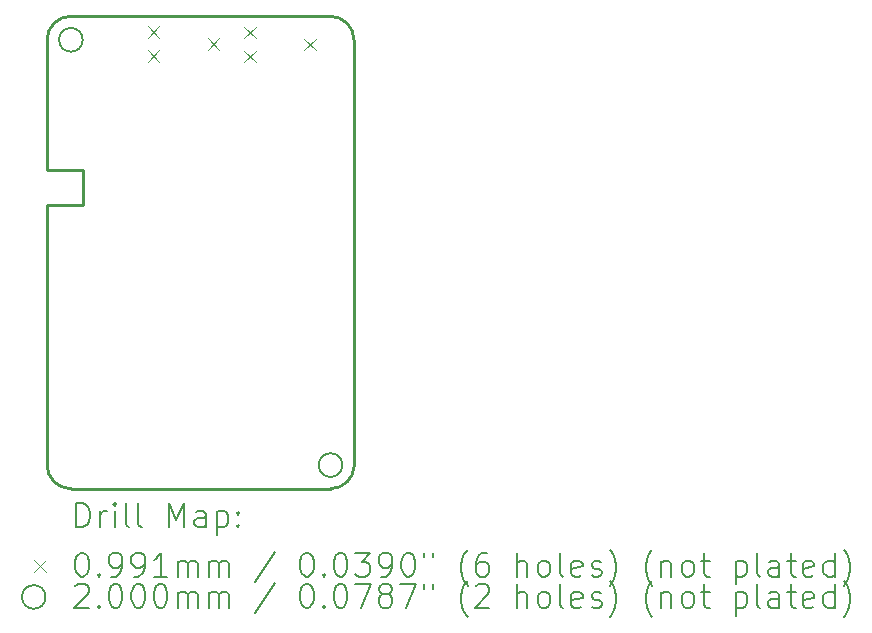
<source format=gbr>
%TF.GenerationSoftware,KiCad,Pcbnew,8.0.8*%
%TF.CreationDate,2025-02-28T15:56:21+01:00*%
%TF.ProjectId,nervous-eda,6e657276-6f75-4732-9d65-64612e6b6963,1.0*%
%TF.SameCoordinates,Original*%
%TF.FileFunction,Drillmap*%
%TF.FilePolarity,Positive*%
%FSLAX45Y45*%
G04 Gerber Fmt 4.5, Leading zero omitted, Abs format (unit mm)*
G04 Created by KiCad (PCBNEW 8.0.8) date 2025-02-28 15:56:21*
%MOMM*%
%LPD*%
G01*
G04 APERTURE LIST*
%ADD10C,0.254000*%
%ADD11C,0.200000*%
%ADD12C,0.100000*%
G04 APERTURE END LIST*
D10*
X5498700Y-2200800D02*
X3301300Y-2200000D01*
X3100000Y-3800000D02*
X3100000Y-5998703D01*
X3300000Y-6200003D02*
G75*
G02*
X3100001Y-5998703I0J200003D01*
G01*
X3100000Y-2400000D02*
G75*
G02*
X3301300Y-2200000I200007J-3D01*
G01*
X3100000Y-3500000D02*
X3100000Y-2400000D01*
X5701300Y-6000003D02*
G75*
G02*
X5500000Y-6200006I-200010J3D01*
G01*
X5698700Y-2402100D02*
X5701300Y-6000003D01*
X5498700Y-2200800D02*
G75*
G02*
X5698696Y-2402100I-10J-200010D01*
G01*
X3400000Y-3800000D02*
X3100000Y-3800000D01*
X3400000Y-3500000D02*
X3400000Y-3800000D01*
X5500000Y-6200003D02*
X3300000Y-6200003D01*
X3100000Y-3500000D02*
X3400000Y-3500000D01*
D11*
D12*
X3951450Y-2282350D02*
X4050550Y-2381450D01*
X4050550Y-2282350D02*
X3951450Y-2381450D01*
X3951450Y-2485550D02*
X4050550Y-2584650D01*
X4050550Y-2485550D02*
X3951450Y-2584650D01*
X4459450Y-2383950D02*
X4558550Y-2483050D01*
X4558550Y-2383950D02*
X4459450Y-2483050D01*
X4771450Y-2287350D02*
X4870550Y-2386450D01*
X4870550Y-2287350D02*
X4771450Y-2386450D01*
X4771450Y-2490550D02*
X4870550Y-2589650D01*
X4870550Y-2490550D02*
X4771450Y-2589650D01*
X5279450Y-2388950D02*
X5378550Y-2488050D01*
X5378550Y-2388950D02*
X5279450Y-2488050D01*
D11*
X3401290Y-2400000D02*
G75*
G02*
X3201290Y-2400000I-100000J0D01*
G01*
X3201290Y-2400000D02*
G75*
G02*
X3401290Y-2400000I100000J0D01*
G01*
X5600000Y-6000003D02*
G75*
G02*
X5400000Y-6000003I-100000J0D01*
G01*
X5400000Y-6000003D02*
G75*
G02*
X5600000Y-6000003I100000J0D01*
G01*
X3348074Y-6524194D02*
X3348074Y-6324194D01*
X3348074Y-6324194D02*
X3395693Y-6324194D01*
X3395693Y-6324194D02*
X3424264Y-6333718D01*
X3424264Y-6333718D02*
X3443312Y-6352765D01*
X3443312Y-6352765D02*
X3452836Y-6371813D01*
X3452836Y-6371813D02*
X3462360Y-6409908D01*
X3462360Y-6409908D02*
X3462360Y-6438479D01*
X3462360Y-6438479D02*
X3452836Y-6476575D01*
X3452836Y-6476575D02*
X3443312Y-6495622D01*
X3443312Y-6495622D02*
X3424264Y-6514670D01*
X3424264Y-6514670D02*
X3395693Y-6524194D01*
X3395693Y-6524194D02*
X3348074Y-6524194D01*
X3548074Y-6524194D02*
X3548074Y-6390860D01*
X3548074Y-6428956D02*
X3557598Y-6409908D01*
X3557598Y-6409908D02*
X3567121Y-6400384D01*
X3567121Y-6400384D02*
X3586169Y-6390860D01*
X3586169Y-6390860D02*
X3605217Y-6390860D01*
X3671883Y-6524194D02*
X3671883Y-6390860D01*
X3671883Y-6324194D02*
X3662360Y-6333718D01*
X3662360Y-6333718D02*
X3671883Y-6343241D01*
X3671883Y-6343241D02*
X3681407Y-6333718D01*
X3681407Y-6333718D02*
X3671883Y-6324194D01*
X3671883Y-6324194D02*
X3671883Y-6343241D01*
X3795693Y-6524194D02*
X3776645Y-6514670D01*
X3776645Y-6514670D02*
X3767121Y-6495622D01*
X3767121Y-6495622D02*
X3767121Y-6324194D01*
X3900455Y-6524194D02*
X3881407Y-6514670D01*
X3881407Y-6514670D02*
X3871883Y-6495622D01*
X3871883Y-6495622D02*
X3871883Y-6324194D01*
X4129026Y-6524194D02*
X4129026Y-6324194D01*
X4129026Y-6324194D02*
X4195693Y-6467051D01*
X4195693Y-6467051D02*
X4262360Y-6324194D01*
X4262360Y-6324194D02*
X4262360Y-6524194D01*
X4443312Y-6524194D02*
X4443312Y-6419432D01*
X4443312Y-6419432D02*
X4433788Y-6400384D01*
X4433788Y-6400384D02*
X4414741Y-6390860D01*
X4414741Y-6390860D02*
X4376645Y-6390860D01*
X4376645Y-6390860D02*
X4357598Y-6400384D01*
X4443312Y-6514670D02*
X4424264Y-6524194D01*
X4424264Y-6524194D02*
X4376645Y-6524194D01*
X4376645Y-6524194D02*
X4357598Y-6514670D01*
X4357598Y-6514670D02*
X4348074Y-6495622D01*
X4348074Y-6495622D02*
X4348074Y-6476575D01*
X4348074Y-6476575D02*
X4357598Y-6457527D01*
X4357598Y-6457527D02*
X4376645Y-6448003D01*
X4376645Y-6448003D02*
X4424264Y-6448003D01*
X4424264Y-6448003D02*
X4443312Y-6438479D01*
X4538550Y-6390860D02*
X4538550Y-6590860D01*
X4538550Y-6400384D02*
X4557598Y-6390860D01*
X4557598Y-6390860D02*
X4595693Y-6390860D01*
X4595693Y-6390860D02*
X4614741Y-6400384D01*
X4614741Y-6400384D02*
X4624264Y-6409908D01*
X4624264Y-6409908D02*
X4633788Y-6428956D01*
X4633788Y-6428956D02*
X4633788Y-6486098D01*
X4633788Y-6486098D02*
X4624264Y-6505146D01*
X4624264Y-6505146D02*
X4614741Y-6514670D01*
X4614741Y-6514670D02*
X4595693Y-6524194D01*
X4595693Y-6524194D02*
X4557598Y-6524194D01*
X4557598Y-6524194D02*
X4538550Y-6514670D01*
X4719503Y-6505146D02*
X4729026Y-6514670D01*
X4729026Y-6514670D02*
X4719503Y-6524194D01*
X4719503Y-6524194D02*
X4709979Y-6514670D01*
X4709979Y-6514670D02*
X4719503Y-6505146D01*
X4719503Y-6505146D02*
X4719503Y-6524194D01*
X4719503Y-6400384D02*
X4729026Y-6409908D01*
X4729026Y-6409908D02*
X4719503Y-6419432D01*
X4719503Y-6419432D02*
X4709979Y-6409908D01*
X4709979Y-6409908D02*
X4719503Y-6400384D01*
X4719503Y-6400384D02*
X4719503Y-6419432D01*
D12*
X2988197Y-6803160D02*
X3087297Y-6902260D01*
X3087297Y-6803160D02*
X2988197Y-6902260D01*
D11*
X3386169Y-6744194D02*
X3405217Y-6744194D01*
X3405217Y-6744194D02*
X3424264Y-6753718D01*
X3424264Y-6753718D02*
X3433788Y-6763241D01*
X3433788Y-6763241D02*
X3443312Y-6782289D01*
X3443312Y-6782289D02*
X3452836Y-6820384D01*
X3452836Y-6820384D02*
X3452836Y-6868003D01*
X3452836Y-6868003D02*
X3443312Y-6906098D01*
X3443312Y-6906098D02*
X3433788Y-6925146D01*
X3433788Y-6925146D02*
X3424264Y-6934670D01*
X3424264Y-6934670D02*
X3405217Y-6944194D01*
X3405217Y-6944194D02*
X3386169Y-6944194D01*
X3386169Y-6944194D02*
X3367121Y-6934670D01*
X3367121Y-6934670D02*
X3357598Y-6925146D01*
X3357598Y-6925146D02*
X3348074Y-6906098D01*
X3348074Y-6906098D02*
X3338550Y-6868003D01*
X3338550Y-6868003D02*
X3338550Y-6820384D01*
X3338550Y-6820384D02*
X3348074Y-6782289D01*
X3348074Y-6782289D02*
X3357598Y-6763241D01*
X3357598Y-6763241D02*
X3367121Y-6753718D01*
X3367121Y-6753718D02*
X3386169Y-6744194D01*
X3538550Y-6925146D02*
X3548074Y-6934670D01*
X3548074Y-6934670D02*
X3538550Y-6944194D01*
X3538550Y-6944194D02*
X3529026Y-6934670D01*
X3529026Y-6934670D02*
X3538550Y-6925146D01*
X3538550Y-6925146D02*
X3538550Y-6944194D01*
X3643312Y-6944194D02*
X3681407Y-6944194D01*
X3681407Y-6944194D02*
X3700455Y-6934670D01*
X3700455Y-6934670D02*
X3709979Y-6925146D01*
X3709979Y-6925146D02*
X3729026Y-6896575D01*
X3729026Y-6896575D02*
X3738550Y-6858479D01*
X3738550Y-6858479D02*
X3738550Y-6782289D01*
X3738550Y-6782289D02*
X3729026Y-6763241D01*
X3729026Y-6763241D02*
X3719502Y-6753718D01*
X3719502Y-6753718D02*
X3700455Y-6744194D01*
X3700455Y-6744194D02*
X3662360Y-6744194D01*
X3662360Y-6744194D02*
X3643312Y-6753718D01*
X3643312Y-6753718D02*
X3633788Y-6763241D01*
X3633788Y-6763241D02*
X3624264Y-6782289D01*
X3624264Y-6782289D02*
X3624264Y-6829908D01*
X3624264Y-6829908D02*
X3633788Y-6848956D01*
X3633788Y-6848956D02*
X3643312Y-6858479D01*
X3643312Y-6858479D02*
X3662360Y-6868003D01*
X3662360Y-6868003D02*
X3700455Y-6868003D01*
X3700455Y-6868003D02*
X3719502Y-6858479D01*
X3719502Y-6858479D02*
X3729026Y-6848956D01*
X3729026Y-6848956D02*
X3738550Y-6829908D01*
X3833788Y-6944194D02*
X3871883Y-6944194D01*
X3871883Y-6944194D02*
X3890931Y-6934670D01*
X3890931Y-6934670D02*
X3900455Y-6925146D01*
X3900455Y-6925146D02*
X3919502Y-6896575D01*
X3919502Y-6896575D02*
X3929026Y-6858479D01*
X3929026Y-6858479D02*
X3929026Y-6782289D01*
X3929026Y-6782289D02*
X3919502Y-6763241D01*
X3919502Y-6763241D02*
X3909979Y-6753718D01*
X3909979Y-6753718D02*
X3890931Y-6744194D01*
X3890931Y-6744194D02*
X3852836Y-6744194D01*
X3852836Y-6744194D02*
X3833788Y-6753718D01*
X3833788Y-6753718D02*
X3824264Y-6763241D01*
X3824264Y-6763241D02*
X3814741Y-6782289D01*
X3814741Y-6782289D02*
X3814741Y-6829908D01*
X3814741Y-6829908D02*
X3824264Y-6848956D01*
X3824264Y-6848956D02*
X3833788Y-6858479D01*
X3833788Y-6858479D02*
X3852836Y-6868003D01*
X3852836Y-6868003D02*
X3890931Y-6868003D01*
X3890931Y-6868003D02*
X3909979Y-6858479D01*
X3909979Y-6858479D02*
X3919502Y-6848956D01*
X3919502Y-6848956D02*
X3929026Y-6829908D01*
X4119502Y-6944194D02*
X4005217Y-6944194D01*
X4062360Y-6944194D02*
X4062360Y-6744194D01*
X4062360Y-6744194D02*
X4043312Y-6772765D01*
X4043312Y-6772765D02*
X4024264Y-6791813D01*
X4024264Y-6791813D02*
X4005217Y-6801337D01*
X4205217Y-6944194D02*
X4205217Y-6810860D01*
X4205217Y-6829908D02*
X4214741Y-6820384D01*
X4214741Y-6820384D02*
X4233788Y-6810860D01*
X4233788Y-6810860D02*
X4262360Y-6810860D01*
X4262360Y-6810860D02*
X4281407Y-6820384D01*
X4281407Y-6820384D02*
X4290931Y-6839432D01*
X4290931Y-6839432D02*
X4290931Y-6944194D01*
X4290931Y-6839432D02*
X4300455Y-6820384D01*
X4300455Y-6820384D02*
X4319503Y-6810860D01*
X4319503Y-6810860D02*
X4348074Y-6810860D01*
X4348074Y-6810860D02*
X4367122Y-6820384D01*
X4367122Y-6820384D02*
X4376645Y-6839432D01*
X4376645Y-6839432D02*
X4376645Y-6944194D01*
X4471884Y-6944194D02*
X4471884Y-6810860D01*
X4471884Y-6829908D02*
X4481407Y-6820384D01*
X4481407Y-6820384D02*
X4500455Y-6810860D01*
X4500455Y-6810860D02*
X4529026Y-6810860D01*
X4529026Y-6810860D02*
X4548074Y-6820384D01*
X4548074Y-6820384D02*
X4557598Y-6839432D01*
X4557598Y-6839432D02*
X4557598Y-6944194D01*
X4557598Y-6839432D02*
X4567122Y-6820384D01*
X4567122Y-6820384D02*
X4586169Y-6810860D01*
X4586169Y-6810860D02*
X4614741Y-6810860D01*
X4614741Y-6810860D02*
X4633788Y-6820384D01*
X4633788Y-6820384D02*
X4643312Y-6839432D01*
X4643312Y-6839432D02*
X4643312Y-6944194D01*
X5033788Y-6734670D02*
X4862360Y-6991813D01*
X5290931Y-6744194D02*
X5309979Y-6744194D01*
X5309979Y-6744194D02*
X5329027Y-6753718D01*
X5329027Y-6753718D02*
X5338550Y-6763241D01*
X5338550Y-6763241D02*
X5348074Y-6782289D01*
X5348074Y-6782289D02*
X5357598Y-6820384D01*
X5357598Y-6820384D02*
X5357598Y-6868003D01*
X5357598Y-6868003D02*
X5348074Y-6906098D01*
X5348074Y-6906098D02*
X5338550Y-6925146D01*
X5338550Y-6925146D02*
X5329027Y-6934670D01*
X5329027Y-6934670D02*
X5309979Y-6944194D01*
X5309979Y-6944194D02*
X5290931Y-6944194D01*
X5290931Y-6944194D02*
X5271884Y-6934670D01*
X5271884Y-6934670D02*
X5262360Y-6925146D01*
X5262360Y-6925146D02*
X5252836Y-6906098D01*
X5252836Y-6906098D02*
X5243312Y-6868003D01*
X5243312Y-6868003D02*
X5243312Y-6820384D01*
X5243312Y-6820384D02*
X5252836Y-6782289D01*
X5252836Y-6782289D02*
X5262360Y-6763241D01*
X5262360Y-6763241D02*
X5271884Y-6753718D01*
X5271884Y-6753718D02*
X5290931Y-6744194D01*
X5443312Y-6925146D02*
X5452836Y-6934670D01*
X5452836Y-6934670D02*
X5443312Y-6944194D01*
X5443312Y-6944194D02*
X5433788Y-6934670D01*
X5433788Y-6934670D02*
X5443312Y-6925146D01*
X5443312Y-6925146D02*
X5443312Y-6944194D01*
X5576646Y-6744194D02*
X5595693Y-6744194D01*
X5595693Y-6744194D02*
X5614741Y-6753718D01*
X5614741Y-6753718D02*
X5624265Y-6763241D01*
X5624265Y-6763241D02*
X5633788Y-6782289D01*
X5633788Y-6782289D02*
X5643312Y-6820384D01*
X5643312Y-6820384D02*
X5643312Y-6868003D01*
X5643312Y-6868003D02*
X5633788Y-6906098D01*
X5633788Y-6906098D02*
X5624265Y-6925146D01*
X5624265Y-6925146D02*
X5614741Y-6934670D01*
X5614741Y-6934670D02*
X5595693Y-6944194D01*
X5595693Y-6944194D02*
X5576646Y-6944194D01*
X5576646Y-6944194D02*
X5557598Y-6934670D01*
X5557598Y-6934670D02*
X5548074Y-6925146D01*
X5548074Y-6925146D02*
X5538550Y-6906098D01*
X5538550Y-6906098D02*
X5529027Y-6868003D01*
X5529027Y-6868003D02*
X5529027Y-6820384D01*
X5529027Y-6820384D02*
X5538550Y-6782289D01*
X5538550Y-6782289D02*
X5548074Y-6763241D01*
X5548074Y-6763241D02*
X5557598Y-6753718D01*
X5557598Y-6753718D02*
X5576646Y-6744194D01*
X5709979Y-6744194D02*
X5833788Y-6744194D01*
X5833788Y-6744194D02*
X5767122Y-6820384D01*
X5767122Y-6820384D02*
X5795693Y-6820384D01*
X5795693Y-6820384D02*
X5814741Y-6829908D01*
X5814741Y-6829908D02*
X5824265Y-6839432D01*
X5824265Y-6839432D02*
X5833788Y-6858479D01*
X5833788Y-6858479D02*
X5833788Y-6906098D01*
X5833788Y-6906098D02*
X5824265Y-6925146D01*
X5824265Y-6925146D02*
X5814741Y-6934670D01*
X5814741Y-6934670D02*
X5795693Y-6944194D01*
X5795693Y-6944194D02*
X5738550Y-6944194D01*
X5738550Y-6944194D02*
X5719503Y-6934670D01*
X5719503Y-6934670D02*
X5709979Y-6925146D01*
X5929026Y-6944194D02*
X5967122Y-6944194D01*
X5967122Y-6944194D02*
X5986169Y-6934670D01*
X5986169Y-6934670D02*
X5995693Y-6925146D01*
X5995693Y-6925146D02*
X6014741Y-6896575D01*
X6014741Y-6896575D02*
X6024265Y-6858479D01*
X6024265Y-6858479D02*
X6024265Y-6782289D01*
X6024265Y-6782289D02*
X6014741Y-6763241D01*
X6014741Y-6763241D02*
X6005217Y-6753718D01*
X6005217Y-6753718D02*
X5986169Y-6744194D01*
X5986169Y-6744194D02*
X5948074Y-6744194D01*
X5948074Y-6744194D02*
X5929026Y-6753718D01*
X5929026Y-6753718D02*
X5919503Y-6763241D01*
X5919503Y-6763241D02*
X5909979Y-6782289D01*
X5909979Y-6782289D02*
X5909979Y-6829908D01*
X5909979Y-6829908D02*
X5919503Y-6848956D01*
X5919503Y-6848956D02*
X5929026Y-6858479D01*
X5929026Y-6858479D02*
X5948074Y-6868003D01*
X5948074Y-6868003D02*
X5986169Y-6868003D01*
X5986169Y-6868003D02*
X6005217Y-6858479D01*
X6005217Y-6858479D02*
X6014741Y-6848956D01*
X6014741Y-6848956D02*
X6024265Y-6829908D01*
X6148074Y-6744194D02*
X6167122Y-6744194D01*
X6167122Y-6744194D02*
X6186169Y-6753718D01*
X6186169Y-6753718D02*
X6195693Y-6763241D01*
X6195693Y-6763241D02*
X6205217Y-6782289D01*
X6205217Y-6782289D02*
X6214741Y-6820384D01*
X6214741Y-6820384D02*
X6214741Y-6868003D01*
X6214741Y-6868003D02*
X6205217Y-6906098D01*
X6205217Y-6906098D02*
X6195693Y-6925146D01*
X6195693Y-6925146D02*
X6186169Y-6934670D01*
X6186169Y-6934670D02*
X6167122Y-6944194D01*
X6167122Y-6944194D02*
X6148074Y-6944194D01*
X6148074Y-6944194D02*
X6129026Y-6934670D01*
X6129026Y-6934670D02*
X6119503Y-6925146D01*
X6119503Y-6925146D02*
X6109979Y-6906098D01*
X6109979Y-6906098D02*
X6100455Y-6868003D01*
X6100455Y-6868003D02*
X6100455Y-6820384D01*
X6100455Y-6820384D02*
X6109979Y-6782289D01*
X6109979Y-6782289D02*
X6119503Y-6763241D01*
X6119503Y-6763241D02*
X6129026Y-6753718D01*
X6129026Y-6753718D02*
X6148074Y-6744194D01*
X6290931Y-6744194D02*
X6290931Y-6782289D01*
X6367122Y-6744194D02*
X6367122Y-6782289D01*
X6662360Y-7020384D02*
X6652836Y-7010860D01*
X6652836Y-7010860D02*
X6633788Y-6982289D01*
X6633788Y-6982289D02*
X6624265Y-6963241D01*
X6624265Y-6963241D02*
X6614741Y-6934670D01*
X6614741Y-6934670D02*
X6605217Y-6887051D01*
X6605217Y-6887051D02*
X6605217Y-6848956D01*
X6605217Y-6848956D02*
X6614741Y-6801337D01*
X6614741Y-6801337D02*
X6624265Y-6772765D01*
X6624265Y-6772765D02*
X6633788Y-6753718D01*
X6633788Y-6753718D02*
X6652836Y-6725146D01*
X6652836Y-6725146D02*
X6662360Y-6715622D01*
X6824265Y-6744194D02*
X6786169Y-6744194D01*
X6786169Y-6744194D02*
X6767122Y-6753718D01*
X6767122Y-6753718D02*
X6757598Y-6763241D01*
X6757598Y-6763241D02*
X6738550Y-6791813D01*
X6738550Y-6791813D02*
X6729027Y-6829908D01*
X6729027Y-6829908D02*
X6729027Y-6906098D01*
X6729027Y-6906098D02*
X6738550Y-6925146D01*
X6738550Y-6925146D02*
X6748074Y-6934670D01*
X6748074Y-6934670D02*
X6767122Y-6944194D01*
X6767122Y-6944194D02*
X6805217Y-6944194D01*
X6805217Y-6944194D02*
X6824265Y-6934670D01*
X6824265Y-6934670D02*
X6833788Y-6925146D01*
X6833788Y-6925146D02*
X6843312Y-6906098D01*
X6843312Y-6906098D02*
X6843312Y-6858479D01*
X6843312Y-6858479D02*
X6833788Y-6839432D01*
X6833788Y-6839432D02*
X6824265Y-6829908D01*
X6824265Y-6829908D02*
X6805217Y-6820384D01*
X6805217Y-6820384D02*
X6767122Y-6820384D01*
X6767122Y-6820384D02*
X6748074Y-6829908D01*
X6748074Y-6829908D02*
X6738550Y-6839432D01*
X6738550Y-6839432D02*
X6729027Y-6858479D01*
X7081408Y-6944194D02*
X7081408Y-6744194D01*
X7167122Y-6944194D02*
X7167122Y-6839432D01*
X7167122Y-6839432D02*
X7157598Y-6820384D01*
X7157598Y-6820384D02*
X7138550Y-6810860D01*
X7138550Y-6810860D02*
X7109979Y-6810860D01*
X7109979Y-6810860D02*
X7090931Y-6820384D01*
X7090931Y-6820384D02*
X7081408Y-6829908D01*
X7290931Y-6944194D02*
X7271884Y-6934670D01*
X7271884Y-6934670D02*
X7262360Y-6925146D01*
X7262360Y-6925146D02*
X7252836Y-6906098D01*
X7252836Y-6906098D02*
X7252836Y-6848956D01*
X7252836Y-6848956D02*
X7262360Y-6829908D01*
X7262360Y-6829908D02*
X7271884Y-6820384D01*
X7271884Y-6820384D02*
X7290931Y-6810860D01*
X7290931Y-6810860D02*
X7319503Y-6810860D01*
X7319503Y-6810860D02*
X7338550Y-6820384D01*
X7338550Y-6820384D02*
X7348074Y-6829908D01*
X7348074Y-6829908D02*
X7357598Y-6848956D01*
X7357598Y-6848956D02*
X7357598Y-6906098D01*
X7357598Y-6906098D02*
X7348074Y-6925146D01*
X7348074Y-6925146D02*
X7338550Y-6934670D01*
X7338550Y-6934670D02*
X7319503Y-6944194D01*
X7319503Y-6944194D02*
X7290931Y-6944194D01*
X7471884Y-6944194D02*
X7452836Y-6934670D01*
X7452836Y-6934670D02*
X7443312Y-6915622D01*
X7443312Y-6915622D02*
X7443312Y-6744194D01*
X7624265Y-6934670D02*
X7605217Y-6944194D01*
X7605217Y-6944194D02*
X7567122Y-6944194D01*
X7567122Y-6944194D02*
X7548074Y-6934670D01*
X7548074Y-6934670D02*
X7538550Y-6915622D01*
X7538550Y-6915622D02*
X7538550Y-6839432D01*
X7538550Y-6839432D02*
X7548074Y-6820384D01*
X7548074Y-6820384D02*
X7567122Y-6810860D01*
X7567122Y-6810860D02*
X7605217Y-6810860D01*
X7605217Y-6810860D02*
X7624265Y-6820384D01*
X7624265Y-6820384D02*
X7633789Y-6839432D01*
X7633789Y-6839432D02*
X7633789Y-6858479D01*
X7633789Y-6858479D02*
X7538550Y-6877527D01*
X7709979Y-6934670D02*
X7729027Y-6944194D01*
X7729027Y-6944194D02*
X7767122Y-6944194D01*
X7767122Y-6944194D02*
X7786170Y-6934670D01*
X7786170Y-6934670D02*
X7795693Y-6915622D01*
X7795693Y-6915622D02*
X7795693Y-6906098D01*
X7795693Y-6906098D02*
X7786170Y-6887051D01*
X7786170Y-6887051D02*
X7767122Y-6877527D01*
X7767122Y-6877527D02*
X7738550Y-6877527D01*
X7738550Y-6877527D02*
X7719503Y-6868003D01*
X7719503Y-6868003D02*
X7709979Y-6848956D01*
X7709979Y-6848956D02*
X7709979Y-6839432D01*
X7709979Y-6839432D02*
X7719503Y-6820384D01*
X7719503Y-6820384D02*
X7738550Y-6810860D01*
X7738550Y-6810860D02*
X7767122Y-6810860D01*
X7767122Y-6810860D02*
X7786170Y-6820384D01*
X7862360Y-7020384D02*
X7871884Y-7010860D01*
X7871884Y-7010860D02*
X7890931Y-6982289D01*
X7890931Y-6982289D02*
X7900455Y-6963241D01*
X7900455Y-6963241D02*
X7909979Y-6934670D01*
X7909979Y-6934670D02*
X7919503Y-6887051D01*
X7919503Y-6887051D02*
X7919503Y-6848956D01*
X7919503Y-6848956D02*
X7909979Y-6801337D01*
X7909979Y-6801337D02*
X7900455Y-6772765D01*
X7900455Y-6772765D02*
X7890931Y-6753718D01*
X7890931Y-6753718D02*
X7871884Y-6725146D01*
X7871884Y-6725146D02*
X7862360Y-6715622D01*
X8224265Y-7020384D02*
X8214741Y-7010860D01*
X8214741Y-7010860D02*
X8195693Y-6982289D01*
X8195693Y-6982289D02*
X8186170Y-6963241D01*
X8186170Y-6963241D02*
X8176646Y-6934670D01*
X8176646Y-6934670D02*
X8167122Y-6887051D01*
X8167122Y-6887051D02*
X8167122Y-6848956D01*
X8167122Y-6848956D02*
X8176646Y-6801337D01*
X8176646Y-6801337D02*
X8186170Y-6772765D01*
X8186170Y-6772765D02*
X8195693Y-6753718D01*
X8195693Y-6753718D02*
X8214741Y-6725146D01*
X8214741Y-6725146D02*
X8224265Y-6715622D01*
X8300455Y-6810860D02*
X8300455Y-6944194D01*
X8300455Y-6829908D02*
X8309979Y-6820384D01*
X8309979Y-6820384D02*
X8329027Y-6810860D01*
X8329027Y-6810860D02*
X8357598Y-6810860D01*
X8357598Y-6810860D02*
X8376646Y-6820384D01*
X8376646Y-6820384D02*
X8386170Y-6839432D01*
X8386170Y-6839432D02*
X8386170Y-6944194D01*
X8509979Y-6944194D02*
X8490932Y-6934670D01*
X8490932Y-6934670D02*
X8481408Y-6925146D01*
X8481408Y-6925146D02*
X8471884Y-6906098D01*
X8471884Y-6906098D02*
X8471884Y-6848956D01*
X8471884Y-6848956D02*
X8481408Y-6829908D01*
X8481408Y-6829908D02*
X8490932Y-6820384D01*
X8490932Y-6820384D02*
X8509979Y-6810860D01*
X8509979Y-6810860D02*
X8538551Y-6810860D01*
X8538551Y-6810860D02*
X8557598Y-6820384D01*
X8557598Y-6820384D02*
X8567122Y-6829908D01*
X8567122Y-6829908D02*
X8576646Y-6848956D01*
X8576646Y-6848956D02*
X8576646Y-6906098D01*
X8576646Y-6906098D02*
X8567122Y-6925146D01*
X8567122Y-6925146D02*
X8557598Y-6934670D01*
X8557598Y-6934670D02*
X8538551Y-6944194D01*
X8538551Y-6944194D02*
X8509979Y-6944194D01*
X8633789Y-6810860D02*
X8709979Y-6810860D01*
X8662360Y-6744194D02*
X8662360Y-6915622D01*
X8662360Y-6915622D02*
X8671884Y-6934670D01*
X8671884Y-6934670D02*
X8690932Y-6944194D01*
X8690932Y-6944194D02*
X8709979Y-6944194D01*
X8929027Y-6810860D02*
X8929027Y-7010860D01*
X8929027Y-6820384D02*
X8948074Y-6810860D01*
X8948074Y-6810860D02*
X8986170Y-6810860D01*
X8986170Y-6810860D02*
X9005217Y-6820384D01*
X9005217Y-6820384D02*
X9014741Y-6829908D01*
X9014741Y-6829908D02*
X9024265Y-6848956D01*
X9024265Y-6848956D02*
X9024265Y-6906098D01*
X9024265Y-6906098D02*
X9014741Y-6925146D01*
X9014741Y-6925146D02*
X9005217Y-6934670D01*
X9005217Y-6934670D02*
X8986170Y-6944194D01*
X8986170Y-6944194D02*
X8948074Y-6944194D01*
X8948074Y-6944194D02*
X8929027Y-6934670D01*
X9138551Y-6944194D02*
X9119503Y-6934670D01*
X9119503Y-6934670D02*
X9109979Y-6915622D01*
X9109979Y-6915622D02*
X9109979Y-6744194D01*
X9300455Y-6944194D02*
X9300455Y-6839432D01*
X9300455Y-6839432D02*
X9290932Y-6820384D01*
X9290932Y-6820384D02*
X9271884Y-6810860D01*
X9271884Y-6810860D02*
X9233789Y-6810860D01*
X9233789Y-6810860D02*
X9214741Y-6820384D01*
X9300455Y-6934670D02*
X9281408Y-6944194D01*
X9281408Y-6944194D02*
X9233789Y-6944194D01*
X9233789Y-6944194D02*
X9214741Y-6934670D01*
X9214741Y-6934670D02*
X9205217Y-6915622D01*
X9205217Y-6915622D02*
X9205217Y-6896575D01*
X9205217Y-6896575D02*
X9214741Y-6877527D01*
X9214741Y-6877527D02*
X9233789Y-6868003D01*
X9233789Y-6868003D02*
X9281408Y-6868003D01*
X9281408Y-6868003D02*
X9300455Y-6858479D01*
X9367122Y-6810860D02*
X9443313Y-6810860D01*
X9395694Y-6744194D02*
X9395694Y-6915622D01*
X9395694Y-6915622D02*
X9405217Y-6934670D01*
X9405217Y-6934670D02*
X9424265Y-6944194D01*
X9424265Y-6944194D02*
X9443313Y-6944194D01*
X9586170Y-6934670D02*
X9567122Y-6944194D01*
X9567122Y-6944194D02*
X9529027Y-6944194D01*
X9529027Y-6944194D02*
X9509979Y-6934670D01*
X9509979Y-6934670D02*
X9500455Y-6915622D01*
X9500455Y-6915622D02*
X9500455Y-6839432D01*
X9500455Y-6839432D02*
X9509979Y-6820384D01*
X9509979Y-6820384D02*
X9529027Y-6810860D01*
X9529027Y-6810860D02*
X9567122Y-6810860D01*
X9567122Y-6810860D02*
X9586170Y-6820384D01*
X9586170Y-6820384D02*
X9595694Y-6839432D01*
X9595694Y-6839432D02*
X9595694Y-6858479D01*
X9595694Y-6858479D02*
X9500455Y-6877527D01*
X9767122Y-6944194D02*
X9767122Y-6744194D01*
X9767122Y-6934670D02*
X9748075Y-6944194D01*
X9748075Y-6944194D02*
X9709979Y-6944194D01*
X9709979Y-6944194D02*
X9690932Y-6934670D01*
X9690932Y-6934670D02*
X9681408Y-6925146D01*
X9681408Y-6925146D02*
X9671884Y-6906098D01*
X9671884Y-6906098D02*
X9671884Y-6848956D01*
X9671884Y-6848956D02*
X9681408Y-6829908D01*
X9681408Y-6829908D02*
X9690932Y-6820384D01*
X9690932Y-6820384D02*
X9709979Y-6810860D01*
X9709979Y-6810860D02*
X9748075Y-6810860D01*
X9748075Y-6810860D02*
X9767122Y-6820384D01*
X9843313Y-7020384D02*
X9852836Y-7010860D01*
X9852836Y-7010860D02*
X9871884Y-6982289D01*
X9871884Y-6982289D02*
X9881408Y-6963241D01*
X9881408Y-6963241D02*
X9890932Y-6934670D01*
X9890932Y-6934670D02*
X9900455Y-6887051D01*
X9900455Y-6887051D02*
X9900455Y-6848956D01*
X9900455Y-6848956D02*
X9890932Y-6801337D01*
X9890932Y-6801337D02*
X9881408Y-6772765D01*
X9881408Y-6772765D02*
X9871884Y-6753718D01*
X9871884Y-6753718D02*
X9852836Y-6725146D01*
X9852836Y-6725146D02*
X9843313Y-6715622D01*
X3087297Y-7116710D02*
G75*
G02*
X2887297Y-7116710I-100000J0D01*
G01*
X2887297Y-7116710D02*
G75*
G02*
X3087297Y-7116710I100000J0D01*
G01*
X3338550Y-7027241D02*
X3348074Y-7017718D01*
X3348074Y-7017718D02*
X3367121Y-7008194D01*
X3367121Y-7008194D02*
X3414741Y-7008194D01*
X3414741Y-7008194D02*
X3433788Y-7017718D01*
X3433788Y-7017718D02*
X3443312Y-7027241D01*
X3443312Y-7027241D02*
X3452836Y-7046289D01*
X3452836Y-7046289D02*
X3452836Y-7065337D01*
X3452836Y-7065337D02*
X3443312Y-7093908D01*
X3443312Y-7093908D02*
X3329026Y-7208194D01*
X3329026Y-7208194D02*
X3452836Y-7208194D01*
X3538550Y-7189146D02*
X3548074Y-7198670D01*
X3548074Y-7198670D02*
X3538550Y-7208194D01*
X3538550Y-7208194D02*
X3529026Y-7198670D01*
X3529026Y-7198670D02*
X3538550Y-7189146D01*
X3538550Y-7189146D02*
X3538550Y-7208194D01*
X3671883Y-7008194D02*
X3690931Y-7008194D01*
X3690931Y-7008194D02*
X3709979Y-7017718D01*
X3709979Y-7017718D02*
X3719502Y-7027241D01*
X3719502Y-7027241D02*
X3729026Y-7046289D01*
X3729026Y-7046289D02*
X3738550Y-7084384D01*
X3738550Y-7084384D02*
X3738550Y-7132003D01*
X3738550Y-7132003D02*
X3729026Y-7170098D01*
X3729026Y-7170098D02*
X3719502Y-7189146D01*
X3719502Y-7189146D02*
X3709979Y-7198670D01*
X3709979Y-7198670D02*
X3690931Y-7208194D01*
X3690931Y-7208194D02*
X3671883Y-7208194D01*
X3671883Y-7208194D02*
X3652836Y-7198670D01*
X3652836Y-7198670D02*
X3643312Y-7189146D01*
X3643312Y-7189146D02*
X3633788Y-7170098D01*
X3633788Y-7170098D02*
X3624264Y-7132003D01*
X3624264Y-7132003D02*
X3624264Y-7084384D01*
X3624264Y-7084384D02*
X3633788Y-7046289D01*
X3633788Y-7046289D02*
X3643312Y-7027241D01*
X3643312Y-7027241D02*
X3652836Y-7017718D01*
X3652836Y-7017718D02*
X3671883Y-7008194D01*
X3862360Y-7008194D02*
X3881407Y-7008194D01*
X3881407Y-7008194D02*
X3900455Y-7017718D01*
X3900455Y-7017718D02*
X3909979Y-7027241D01*
X3909979Y-7027241D02*
X3919502Y-7046289D01*
X3919502Y-7046289D02*
X3929026Y-7084384D01*
X3929026Y-7084384D02*
X3929026Y-7132003D01*
X3929026Y-7132003D02*
X3919502Y-7170098D01*
X3919502Y-7170098D02*
X3909979Y-7189146D01*
X3909979Y-7189146D02*
X3900455Y-7198670D01*
X3900455Y-7198670D02*
X3881407Y-7208194D01*
X3881407Y-7208194D02*
X3862360Y-7208194D01*
X3862360Y-7208194D02*
X3843312Y-7198670D01*
X3843312Y-7198670D02*
X3833788Y-7189146D01*
X3833788Y-7189146D02*
X3824264Y-7170098D01*
X3824264Y-7170098D02*
X3814741Y-7132003D01*
X3814741Y-7132003D02*
X3814741Y-7084384D01*
X3814741Y-7084384D02*
X3824264Y-7046289D01*
X3824264Y-7046289D02*
X3833788Y-7027241D01*
X3833788Y-7027241D02*
X3843312Y-7017718D01*
X3843312Y-7017718D02*
X3862360Y-7008194D01*
X4052836Y-7008194D02*
X4071883Y-7008194D01*
X4071883Y-7008194D02*
X4090931Y-7017718D01*
X4090931Y-7017718D02*
X4100455Y-7027241D01*
X4100455Y-7027241D02*
X4109979Y-7046289D01*
X4109979Y-7046289D02*
X4119502Y-7084384D01*
X4119502Y-7084384D02*
X4119502Y-7132003D01*
X4119502Y-7132003D02*
X4109979Y-7170098D01*
X4109979Y-7170098D02*
X4100455Y-7189146D01*
X4100455Y-7189146D02*
X4090931Y-7198670D01*
X4090931Y-7198670D02*
X4071883Y-7208194D01*
X4071883Y-7208194D02*
X4052836Y-7208194D01*
X4052836Y-7208194D02*
X4033788Y-7198670D01*
X4033788Y-7198670D02*
X4024264Y-7189146D01*
X4024264Y-7189146D02*
X4014741Y-7170098D01*
X4014741Y-7170098D02*
X4005217Y-7132003D01*
X4005217Y-7132003D02*
X4005217Y-7084384D01*
X4005217Y-7084384D02*
X4014741Y-7046289D01*
X4014741Y-7046289D02*
X4024264Y-7027241D01*
X4024264Y-7027241D02*
X4033788Y-7017718D01*
X4033788Y-7017718D02*
X4052836Y-7008194D01*
X4205217Y-7208194D02*
X4205217Y-7074860D01*
X4205217Y-7093908D02*
X4214741Y-7084384D01*
X4214741Y-7084384D02*
X4233788Y-7074860D01*
X4233788Y-7074860D02*
X4262360Y-7074860D01*
X4262360Y-7074860D02*
X4281407Y-7084384D01*
X4281407Y-7084384D02*
X4290931Y-7103432D01*
X4290931Y-7103432D02*
X4290931Y-7208194D01*
X4290931Y-7103432D02*
X4300455Y-7084384D01*
X4300455Y-7084384D02*
X4319503Y-7074860D01*
X4319503Y-7074860D02*
X4348074Y-7074860D01*
X4348074Y-7074860D02*
X4367122Y-7084384D01*
X4367122Y-7084384D02*
X4376645Y-7103432D01*
X4376645Y-7103432D02*
X4376645Y-7208194D01*
X4471884Y-7208194D02*
X4471884Y-7074860D01*
X4471884Y-7093908D02*
X4481407Y-7084384D01*
X4481407Y-7084384D02*
X4500455Y-7074860D01*
X4500455Y-7074860D02*
X4529026Y-7074860D01*
X4529026Y-7074860D02*
X4548074Y-7084384D01*
X4548074Y-7084384D02*
X4557598Y-7103432D01*
X4557598Y-7103432D02*
X4557598Y-7208194D01*
X4557598Y-7103432D02*
X4567122Y-7084384D01*
X4567122Y-7084384D02*
X4586169Y-7074860D01*
X4586169Y-7074860D02*
X4614741Y-7074860D01*
X4614741Y-7074860D02*
X4633788Y-7084384D01*
X4633788Y-7084384D02*
X4643312Y-7103432D01*
X4643312Y-7103432D02*
X4643312Y-7208194D01*
X5033788Y-6998670D02*
X4862360Y-7255813D01*
X5290931Y-7008194D02*
X5309979Y-7008194D01*
X5309979Y-7008194D02*
X5329027Y-7017718D01*
X5329027Y-7017718D02*
X5338550Y-7027241D01*
X5338550Y-7027241D02*
X5348074Y-7046289D01*
X5348074Y-7046289D02*
X5357598Y-7084384D01*
X5357598Y-7084384D02*
X5357598Y-7132003D01*
X5357598Y-7132003D02*
X5348074Y-7170098D01*
X5348074Y-7170098D02*
X5338550Y-7189146D01*
X5338550Y-7189146D02*
X5329027Y-7198670D01*
X5329027Y-7198670D02*
X5309979Y-7208194D01*
X5309979Y-7208194D02*
X5290931Y-7208194D01*
X5290931Y-7208194D02*
X5271884Y-7198670D01*
X5271884Y-7198670D02*
X5262360Y-7189146D01*
X5262360Y-7189146D02*
X5252836Y-7170098D01*
X5252836Y-7170098D02*
X5243312Y-7132003D01*
X5243312Y-7132003D02*
X5243312Y-7084384D01*
X5243312Y-7084384D02*
X5252836Y-7046289D01*
X5252836Y-7046289D02*
X5262360Y-7027241D01*
X5262360Y-7027241D02*
X5271884Y-7017718D01*
X5271884Y-7017718D02*
X5290931Y-7008194D01*
X5443312Y-7189146D02*
X5452836Y-7198670D01*
X5452836Y-7198670D02*
X5443312Y-7208194D01*
X5443312Y-7208194D02*
X5433788Y-7198670D01*
X5433788Y-7198670D02*
X5443312Y-7189146D01*
X5443312Y-7189146D02*
X5443312Y-7208194D01*
X5576646Y-7008194D02*
X5595693Y-7008194D01*
X5595693Y-7008194D02*
X5614741Y-7017718D01*
X5614741Y-7017718D02*
X5624265Y-7027241D01*
X5624265Y-7027241D02*
X5633788Y-7046289D01*
X5633788Y-7046289D02*
X5643312Y-7084384D01*
X5643312Y-7084384D02*
X5643312Y-7132003D01*
X5643312Y-7132003D02*
X5633788Y-7170098D01*
X5633788Y-7170098D02*
X5624265Y-7189146D01*
X5624265Y-7189146D02*
X5614741Y-7198670D01*
X5614741Y-7198670D02*
X5595693Y-7208194D01*
X5595693Y-7208194D02*
X5576646Y-7208194D01*
X5576646Y-7208194D02*
X5557598Y-7198670D01*
X5557598Y-7198670D02*
X5548074Y-7189146D01*
X5548074Y-7189146D02*
X5538550Y-7170098D01*
X5538550Y-7170098D02*
X5529027Y-7132003D01*
X5529027Y-7132003D02*
X5529027Y-7084384D01*
X5529027Y-7084384D02*
X5538550Y-7046289D01*
X5538550Y-7046289D02*
X5548074Y-7027241D01*
X5548074Y-7027241D02*
X5557598Y-7017718D01*
X5557598Y-7017718D02*
X5576646Y-7008194D01*
X5709979Y-7008194D02*
X5843312Y-7008194D01*
X5843312Y-7008194D02*
X5757598Y-7208194D01*
X5948074Y-7093908D02*
X5929026Y-7084384D01*
X5929026Y-7084384D02*
X5919503Y-7074860D01*
X5919503Y-7074860D02*
X5909979Y-7055813D01*
X5909979Y-7055813D02*
X5909979Y-7046289D01*
X5909979Y-7046289D02*
X5919503Y-7027241D01*
X5919503Y-7027241D02*
X5929026Y-7017718D01*
X5929026Y-7017718D02*
X5948074Y-7008194D01*
X5948074Y-7008194D02*
X5986169Y-7008194D01*
X5986169Y-7008194D02*
X6005217Y-7017718D01*
X6005217Y-7017718D02*
X6014741Y-7027241D01*
X6014741Y-7027241D02*
X6024265Y-7046289D01*
X6024265Y-7046289D02*
X6024265Y-7055813D01*
X6024265Y-7055813D02*
X6014741Y-7074860D01*
X6014741Y-7074860D02*
X6005217Y-7084384D01*
X6005217Y-7084384D02*
X5986169Y-7093908D01*
X5986169Y-7093908D02*
X5948074Y-7093908D01*
X5948074Y-7093908D02*
X5929026Y-7103432D01*
X5929026Y-7103432D02*
X5919503Y-7112956D01*
X5919503Y-7112956D02*
X5909979Y-7132003D01*
X5909979Y-7132003D02*
X5909979Y-7170098D01*
X5909979Y-7170098D02*
X5919503Y-7189146D01*
X5919503Y-7189146D02*
X5929026Y-7198670D01*
X5929026Y-7198670D02*
X5948074Y-7208194D01*
X5948074Y-7208194D02*
X5986169Y-7208194D01*
X5986169Y-7208194D02*
X6005217Y-7198670D01*
X6005217Y-7198670D02*
X6014741Y-7189146D01*
X6014741Y-7189146D02*
X6024265Y-7170098D01*
X6024265Y-7170098D02*
X6024265Y-7132003D01*
X6024265Y-7132003D02*
X6014741Y-7112956D01*
X6014741Y-7112956D02*
X6005217Y-7103432D01*
X6005217Y-7103432D02*
X5986169Y-7093908D01*
X6090931Y-7008194D02*
X6224265Y-7008194D01*
X6224265Y-7008194D02*
X6138550Y-7208194D01*
X6290931Y-7008194D02*
X6290931Y-7046289D01*
X6367122Y-7008194D02*
X6367122Y-7046289D01*
X6662360Y-7284384D02*
X6652836Y-7274860D01*
X6652836Y-7274860D02*
X6633788Y-7246289D01*
X6633788Y-7246289D02*
X6624265Y-7227241D01*
X6624265Y-7227241D02*
X6614741Y-7198670D01*
X6614741Y-7198670D02*
X6605217Y-7151051D01*
X6605217Y-7151051D02*
X6605217Y-7112956D01*
X6605217Y-7112956D02*
X6614741Y-7065337D01*
X6614741Y-7065337D02*
X6624265Y-7036765D01*
X6624265Y-7036765D02*
X6633788Y-7017718D01*
X6633788Y-7017718D02*
X6652836Y-6989146D01*
X6652836Y-6989146D02*
X6662360Y-6979622D01*
X6729027Y-7027241D02*
X6738550Y-7017718D01*
X6738550Y-7017718D02*
X6757598Y-7008194D01*
X6757598Y-7008194D02*
X6805217Y-7008194D01*
X6805217Y-7008194D02*
X6824265Y-7017718D01*
X6824265Y-7017718D02*
X6833788Y-7027241D01*
X6833788Y-7027241D02*
X6843312Y-7046289D01*
X6843312Y-7046289D02*
X6843312Y-7065337D01*
X6843312Y-7065337D02*
X6833788Y-7093908D01*
X6833788Y-7093908D02*
X6719503Y-7208194D01*
X6719503Y-7208194D02*
X6843312Y-7208194D01*
X7081408Y-7208194D02*
X7081408Y-7008194D01*
X7167122Y-7208194D02*
X7167122Y-7103432D01*
X7167122Y-7103432D02*
X7157598Y-7084384D01*
X7157598Y-7084384D02*
X7138550Y-7074860D01*
X7138550Y-7074860D02*
X7109979Y-7074860D01*
X7109979Y-7074860D02*
X7090931Y-7084384D01*
X7090931Y-7084384D02*
X7081408Y-7093908D01*
X7290931Y-7208194D02*
X7271884Y-7198670D01*
X7271884Y-7198670D02*
X7262360Y-7189146D01*
X7262360Y-7189146D02*
X7252836Y-7170098D01*
X7252836Y-7170098D02*
X7252836Y-7112956D01*
X7252836Y-7112956D02*
X7262360Y-7093908D01*
X7262360Y-7093908D02*
X7271884Y-7084384D01*
X7271884Y-7084384D02*
X7290931Y-7074860D01*
X7290931Y-7074860D02*
X7319503Y-7074860D01*
X7319503Y-7074860D02*
X7338550Y-7084384D01*
X7338550Y-7084384D02*
X7348074Y-7093908D01*
X7348074Y-7093908D02*
X7357598Y-7112956D01*
X7357598Y-7112956D02*
X7357598Y-7170098D01*
X7357598Y-7170098D02*
X7348074Y-7189146D01*
X7348074Y-7189146D02*
X7338550Y-7198670D01*
X7338550Y-7198670D02*
X7319503Y-7208194D01*
X7319503Y-7208194D02*
X7290931Y-7208194D01*
X7471884Y-7208194D02*
X7452836Y-7198670D01*
X7452836Y-7198670D02*
X7443312Y-7179622D01*
X7443312Y-7179622D02*
X7443312Y-7008194D01*
X7624265Y-7198670D02*
X7605217Y-7208194D01*
X7605217Y-7208194D02*
X7567122Y-7208194D01*
X7567122Y-7208194D02*
X7548074Y-7198670D01*
X7548074Y-7198670D02*
X7538550Y-7179622D01*
X7538550Y-7179622D02*
X7538550Y-7103432D01*
X7538550Y-7103432D02*
X7548074Y-7084384D01*
X7548074Y-7084384D02*
X7567122Y-7074860D01*
X7567122Y-7074860D02*
X7605217Y-7074860D01*
X7605217Y-7074860D02*
X7624265Y-7084384D01*
X7624265Y-7084384D02*
X7633789Y-7103432D01*
X7633789Y-7103432D02*
X7633789Y-7122479D01*
X7633789Y-7122479D02*
X7538550Y-7141527D01*
X7709979Y-7198670D02*
X7729027Y-7208194D01*
X7729027Y-7208194D02*
X7767122Y-7208194D01*
X7767122Y-7208194D02*
X7786170Y-7198670D01*
X7786170Y-7198670D02*
X7795693Y-7179622D01*
X7795693Y-7179622D02*
X7795693Y-7170098D01*
X7795693Y-7170098D02*
X7786170Y-7151051D01*
X7786170Y-7151051D02*
X7767122Y-7141527D01*
X7767122Y-7141527D02*
X7738550Y-7141527D01*
X7738550Y-7141527D02*
X7719503Y-7132003D01*
X7719503Y-7132003D02*
X7709979Y-7112956D01*
X7709979Y-7112956D02*
X7709979Y-7103432D01*
X7709979Y-7103432D02*
X7719503Y-7084384D01*
X7719503Y-7084384D02*
X7738550Y-7074860D01*
X7738550Y-7074860D02*
X7767122Y-7074860D01*
X7767122Y-7074860D02*
X7786170Y-7084384D01*
X7862360Y-7284384D02*
X7871884Y-7274860D01*
X7871884Y-7274860D02*
X7890931Y-7246289D01*
X7890931Y-7246289D02*
X7900455Y-7227241D01*
X7900455Y-7227241D02*
X7909979Y-7198670D01*
X7909979Y-7198670D02*
X7919503Y-7151051D01*
X7919503Y-7151051D02*
X7919503Y-7112956D01*
X7919503Y-7112956D02*
X7909979Y-7065337D01*
X7909979Y-7065337D02*
X7900455Y-7036765D01*
X7900455Y-7036765D02*
X7890931Y-7017718D01*
X7890931Y-7017718D02*
X7871884Y-6989146D01*
X7871884Y-6989146D02*
X7862360Y-6979622D01*
X8224265Y-7284384D02*
X8214741Y-7274860D01*
X8214741Y-7274860D02*
X8195693Y-7246289D01*
X8195693Y-7246289D02*
X8186170Y-7227241D01*
X8186170Y-7227241D02*
X8176646Y-7198670D01*
X8176646Y-7198670D02*
X8167122Y-7151051D01*
X8167122Y-7151051D02*
X8167122Y-7112956D01*
X8167122Y-7112956D02*
X8176646Y-7065337D01*
X8176646Y-7065337D02*
X8186170Y-7036765D01*
X8186170Y-7036765D02*
X8195693Y-7017718D01*
X8195693Y-7017718D02*
X8214741Y-6989146D01*
X8214741Y-6989146D02*
X8224265Y-6979622D01*
X8300455Y-7074860D02*
X8300455Y-7208194D01*
X8300455Y-7093908D02*
X8309979Y-7084384D01*
X8309979Y-7084384D02*
X8329027Y-7074860D01*
X8329027Y-7074860D02*
X8357598Y-7074860D01*
X8357598Y-7074860D02*
X8376646Y-7084384D01*
X8376646Y-7084384D02*
X8386170Y-7103432D01*
X8386170Y-7103432D02*
X8386170Y-7208194D01*
X8509979Y-7208194D02*
X8490932Y-7198670D01*
X8490932Y-7198670D02*
X8481408Y-7189146D01*
X8481408Y-7189146D02*
X8471884Y-7170098D01*
X8471884Y-7170098D02*
X8471884Y-7112956D01*
X8471884Y-7112956D02*
X8481408Y-7093908D01*
X8481408Y-7093908D02*
X8490932Y-7084384D01*
X8490932Y-7084384D02*
X8509979Y-7074860D01*
X8509979Y-7074860D02*
X8538551Y-7074860D01*
X8538551Y-7074860D02*
X8557598Y-7084384D01*
X8557598Y-7084384D02*
X8567122Y-7093908D01*
X8567122Y-7093908D02*
X8576646Y-7112956D01*
X8576646Y-7112956D02*
X8576646Y-7170098D01*
X8576646Y-7170098D02*
X8567122Y-7189146D01*
X8567122Y-7189146D02*
X8557598Y-7198670D01*
X8557598Y-7198670D02*
X8538551Y-7208194D01*
X8538551Y-7208194D02*
X8509979Y-7208194D01*
X8633789Y-7074860D02*
X8709979Y-7074860D01*
X8662360Y-7008194D02*
X8662360Y-7179622D01*
X8662360Y-7179622D02*
X8671884Y-7198670D01*
X8671884Y-7198670D02*
X8690932Y-7208194D01*
X8690932Y-7208194D02*
X8709979Y-7208194D01*
X8929027Y-7074860D02*
X8929027Y-7274860D01*
X8929027Y-7084384D02*
X8948074Y-7074860D01*
X8948074Y-7074860D02*
X8986170Y-7074860D01*
X8986170Y-7074860D02*
X9005217Y-7084384D01*
X9005217Y-7084384D02*
X9014741Y-7093908D01*
X9014741Y-7093908D02*
X9024265Y-7112956D01*
X9024265Y-7112956D02*
X9024265Y-7170098D01*
X9024265Y-7170098D02*
X9014741Y-7189146D01*
X9014741Y-7189146D02*
X9005217Y-7198670D01*
X9005217Y-7198670D02*
X8986170Y-7208194D01*
X8986170Y-7208194D02*
X8948074Y-7208194D01*
X8948074Y-7208194D02*
X8929027Y-7198670D01*
X9138551Y-7208194D02*
X9119503Y-7198670D01*
X9119503Y-7198670D02*
X9109979Y-7179622D01*
X9109979Y-7179622D02*
X9109979Y-7008194D01*
X9300455Y-7208194D02*
X9300455Y-7103432D01*
X9300455Y-7103432D02*
X9290932Y-7084384D01*
X9290932Y-7084384D02*
X9271884Y-7074860D01*
X9271884Y-7074860D02*
X9233789Y-7074860D01*
X9233789Y-7074860D02*
X9214741Y-7084384D01*
X9300455Y-7198670D02*
X9281408Y-7208194D01*
X9281408Y-7208194D02*
X9233789Y-7208194D01*
X9233789Y-7208194D02*
X9214741Y-7198670D01*
X9214741Y-7198670D02*
X9205217Y-7179622D01*
X9205217Y-7179622D02*
X9205217Y-7160575D01*
X9205217Y-7160575D02*
X9214741Y-7141527D01*
X9214741Y-7141527D02*
X9233789Y-7132003D01*
X9233789Y-7132003D02*
X9281408Y-7132003D01*
X9281408Y-7132003D02*
X9300455Y-7122479D01*
X9367122Y-7074860D02*
X9443313Y-7074860D01*
X9395694Y-7008194D02*
X9395694Y-7179622D01*
X9395694Y-7179622D02*
X9405217Y-7198670D01*
X9405217Y-7198670D02*
X9424265Y-7208194D01*
X9424265Y-7208194D02*
X9443313Y-7208194D01*
X9586170Y-7198670D02*
X9567122Y-7208194D01*
X9567122Y-7208194D02*
X9529027Y-7208194D01*
X9529027Y-7208194D02*
X9509979Y-7198670D01*
X9509979Y-7198670D02*
X9500455Y-7179622D01*
X9500455Y-7179622D02*
X9500455Y-7103432D01*
X9500455Y-7103432D02*
X9509979Y-7084384D01*
X9509979Y-7084384D02*
X9529027Y-7074860D01*
X9529027Y-7074860D02*
X9567122Y-7074860D01*
X9567122Y-7074860D02*
X9586170Y-7084384D01*
X9586170Y-7084384D02*
X9595694Y-7103432D01*
X9595694Y-7103432D02*
X9595694Y-7122479D01*
X9595694Y-7122479D02*
X9500455Y-7141527D01*
X9767122Y-7208194D02*
X9767122Y-7008194D01*
X9767122Y-7198670D02*
X9748075Y-7208194D01*
X9748075Y-7208194D02*
X9709979Y-7208194D01*
X9709979Y-7208194D02*
X9690932Y-7198670D01*
X9690932Y-7198670D02*
X9681408Y-7189146D01*
X9681408Y-7189146D02*
X9671884Y-7170098D01*
X9671884Y-7170098D02*
X9671884Y-7112956D01*
X9671884Y-7112956D02*
X9681408Y-7093908D01*
X9681408Y-7093908D02*
X9690932Y-7084384D01*
X9690932Y-7084384D02*
X9709979Y-7074860D01*
X9709979Y-7074860D02*
X9748075Y-7074860D01*
X9748075Y-7074860D02*
X9767122Y-7084384D01*
X9843313Y-7284384D02*
X9852836Y-7274860D01*
X9852836Y-7274860D02*
X9871884Y-7246289D01*
X9871884Y-7246289D02*
X9881408Y-7227241D01*
X9881408Y-7227241D02*
X9890932Y-7198670D01*
X9890932Y-7198670D02*
X9900455Y-7151051D01*
X9900455Y-7151051D02*
X9900455Y-7112956D01*
X9900455Y-7112956D02*
X9890932Y-7065337D01*
X9890932Y-7065337D02*
X9881408Y-7036765D01*
X9881408Y-7036765D02*
X9871884Y-7017718D01*
X9871884Y-7017718D02*
X9852836Y-6989146D01*
X9852836Y-6989146D02*
X9843313Y-6979622D01*
M02*

</source>
